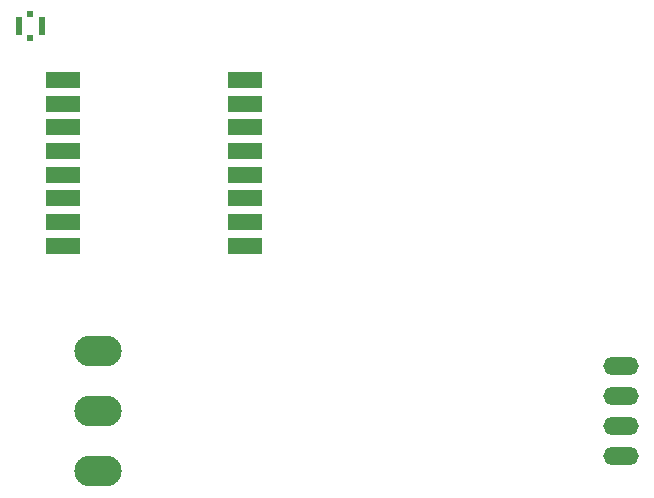
<source format=gbr>
%TF.GenerationSoftware,KiCad,Pcbnew,(6.0.5)*%
%TF.CreationDate,2022-07-22T00:32:43+07:00*%
%TF.ProjectId,MARUKO_RS485_Rev2,4d415255-4b4f-45f5-9253-3438355f5265,rev?*%
%TF.SameCoordinates,Original*%
%TF.FileFunction,Paste,Top*%
%TF.FilePolarity,Positive*%
%FSLAX46Y46*%
G04 Gerber Fmt 4.6, Leading zero omitted, Abs format (unit mm)*
G04 Created by KiCad (PCBNEW (6.0.5)) date 2022-07-22 00:32:43*
%MOMM*%
%LPD*%
G01*
G04 APERTURE LIST*
%ADD10R,0.600000X0.600000*%
%ADD11R,0.580000X1.580000*%
%ADD12R,0.500000X0.500000*%
%ADD13O,3.000000X1.524000*%
%ADD14O,4.000000X2.600000*%
%ADD15R,3.000000X1.400000*%
G04 APERTURE END LIST*
D10*
%TO.C,J7*%
X120100000Y-75626000D03*
D11*
X119140000Y-74626000D03*
D12*
X120100000Y-73626000D03*
D11*
X121060000Y-74626000D03*
%TD*%
D13*
%TO.C,U1*%
X170130000Y-110995000D03*
X170130000Y-108455000D03*
X170130000Y-105915000D03*
X170130000Y-103375000D03*
D14*
X125800000Y-102105000D03*
X125800000Y-107185000D03*
X125800000Y-112265000D03*
%TD*%
D15*
%TO.C,U2*%
X138262500Y-93200000D03*
X138262500Y-91200000D03*
X138262500Y-89200000D03*
X138262500Y-87200000D03*
X138262500Y-85200000D03*
X138262500Y-83200000D03*
X138262500Y-81200000D03*
X138262500Y-79200000D03*
X122862500Y-79200000D03*
X122862500Y-81200000D03*
X122862500Y-83200000D03*
X122862500Y-85200000D03*
X122862500Y-87200000D03*
X122862500Y-89200000D03*
X122862500Y-91200000D03*
X122862500Y-93200000D03*
%TD*%
M02*

</source>
